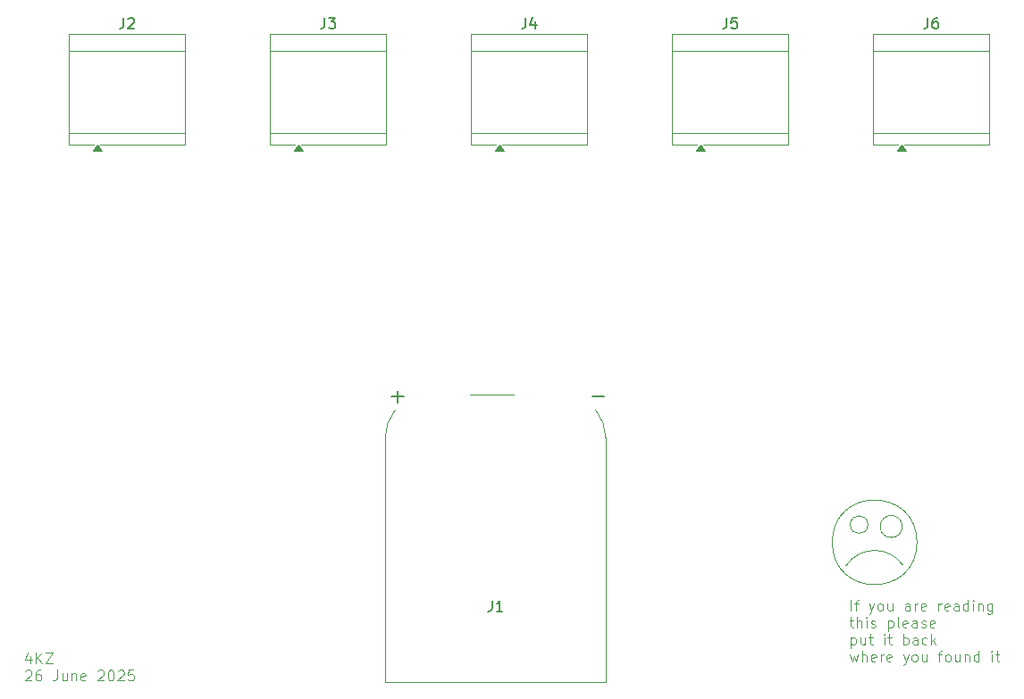
<source format=gbr>
%TF.GenerationSoftware,KiCad,Pcbnew,9.0.2*%
%TF.CreationDate,2025-08-22T13:53:24+02:00*%
%TF.ProjectId,PSU to buck,50535520-746f-4206-9275-636b2e6b6963,rev?*%
%TF.SameCoordinates,Original*%
%TF.FileFunction,Legend,Top*%
%TF.FilePolarity,Positive*%
%FSLAX46Y46*%
G04 Gerber Fmt 4.6, Leading zero omitted, Abs format (unit mm)*
G04 Created by KiCad (PCBNEW 9.0.2) date 2025-08-22 13:53:24*
%MOMM*%
%LPD*%
G01*
G04 APERTURE LIST*
%ADD10C,0.100000*%
%ADD11C,0.150000*%
%ADD12C,0.120000*%
G04 APERTURE END LIST*
D10*
X110331062Y-96185729D02*
G75*
G02*
X115697000Y-96139000I2698938J-1810371D01*
G01*
X112397690Y-92303600D02*
G75*
G02*
X110715910Y-92303600I-840890J0D01*
G01*
X110715910Y-92303600D02*
G75*
G02*
X112397690Y-92303600I840890J0D01*
G01*
X117046093Y-93980000D02*
G75*
G02*
X109013907Y-93980000I-4016093J0D01*
G01*
X109013907Y-93980000D02*
G75*
G02*
X117046093Y-93980000I4016093J0D01*
G01*
X115649910Y-92481400D02*
G75*
G02*
X113559690Y-92481400I-1045110J0D01*
G01*
X113559690Y-92481400D02*
G75*
G02*
X115649910Y-92481400I1045110J0D01*
G01*
X33041255Y-104809208D02*
X33041255Y-105475875D01*
X32803160Y-104428256D02*
X32565065Y-105142541D01*
X32565065Y-105142541D02*
X33184112Y-105142541D01*
X33565065Y-105475875D02*
X33565065Y-104475875D01*
X34136493Y-105475875D02*
X33707922Y-104904446D01*
X34136493Y-104475875D02*
X33565065Y-105047303D01*
X34469827Y-104475875D02*
X35136493Y-104475875D01*
X35136493Y-104475875D02*
X34469827Y-105475875D01*
X34469827Y-105475875D02*
X35136493Y-105475875D01*
X32565065Y-106181057D02*
X32612684Y-106133438D01*
X32612684Y-106133438D02*
X32707922Y-106085819D01*
X32707922Y-106085819D02*
X32946017Y-106085819D01*
X32946017Y-106085819D02*
X33041255Y-106133438D01*
X33041255Y-106133438D02*
X33088874Y-106181057D01*
X33088874Y-106181057D02*
X33136493Y-106276295D01*
X33136493Y-106276295D02*
X33136493Y-106371533D01*
X33136493Y-106371533D02*
X33088874Y-106514390D01*
X33088874Y-106514390D02*
X32517446Y-107085819D01*
X32517446Y-107085819D02*
X33136493Y-107085819D01*
X33993636Y-106085819D02*
X33803160Y-106085819D01*
X33803160Y-106085819D02*
X33707922Y-106133438D01*
X33707922Y-106133438D02*
X33660303Y-106181057D01*
X33660303Y-106181057D02*
X33565065Y-106323914D01*
X33565065Y-106323914D02*
X33517446Y-106514390D01*
X33517446Y-106514390D02*
X33517446Y-106895342D01*
X33517446Y-106895342D02*
X33565065Y-106990580D01*
X33565065Y-106990580D02*
X33612684Y-107038200D01*
X33612684Y-107038200D02*
X33707922Y-107085819D01*
X33707922Y-107085819D02*
X33898398Y-107085819D01*
X33898398Y-107085819D02*
X33993636Y-107038200D01*
X33993636Y-107038200D02*
X34041255Y-106990580D01*
X34041255Y-106990580D02*
X34088874Y-106895342D01*
X34088874Y-106895342D02*
X34088874Y-106657247D01*
X34088874Y-106657247D02*
X34041255Y-106562009D01*
X34041255Y-106562009D02*
X33993636Y-106514390D01*
X33993636Y-106514390D02*
X33898398Y-106466771D01*
X33898398Y-106466771D02*
X33707922Y-106466771D01*
X33707922Y-106466771D02*
X33612684Y-106514390D01*
X33612684Y-106514390D02*
X33565065Y-106562009D01*
X33565065Y-106562009D02*
X33517446Y-106657247D01*
X35565065Y-106085819D02*
X35565065Y-106800104D01*
X35565065Y-106800104D02*
X35517446Y-106942961D01*
X35517446Y-106942961D02*
X35422208Y-107038200D01*
X35422208Y-107038200D02*
X35279351Y-107085819D01*
X35279351Y-107085819D02*
X35184113Y-107085819D01*
X36469827Y-106419152D02*
X36469827Y-107085819D01*
X36041256Y-106419152D02*
X36041256Y-106942961D01*
X36041256Y-106942961D02*
X36088875Y-107038200D01*
X36088875Y-107038200D02*
X36184113Y-107085819D01*
X36184113Y-107085819D02*
X36326970Y-107085819D01*
X36326970Y-107085819D02*
X36422208Y-107038200D01*
X36422208Y-107038200D02*
X36469827Y-106990580D01*
X36946018Y-106419152D02*
X36946018Y-107085819D01*
X36946018Y-106514390D02*
X36993637Y-106466771D01*
X36993637Y-106466771D02*
X37088875Y-106419152D01*
X37088875Y-106419152D02*
X37231732Y-106419152D01*
X37231732Y-106419152D02*
X37326970Y-106466771D01*
X37326970Y-106466771D02*
X37374589Y-106562009D01*
X37374589Y-106562009D02*
X37374589Y-107085819D01*
X38231732Y-107038200D02*
X38136494Y-107085819D01*
X38136494Y-107085819D02*
X37946018Y-107085819D01*
X37946018Y-107085819D02*
X37850780Y-107038200D01*
X37850780Y-107038200D02*
X37803161Y-106942961D01*
X37803161Y-106942961D02*
X37803161Y-106562009D01*
X37803161Y-106562009D02*
X37850780Y-106466771D01*
X37850780Y-106466771D02*
X37946018Y-106419152D01*
X37946018Y-106419152D02*
X38136494Y-106419152D01*
X38136494Y-106419152D02*
X38231732Y-106466771D01*
X38231732Y-106466771D02*
X38279351Y-106562009D01*
X38279351Y-106562009D02*
X38279351Y-106657247D01*
X38279351Y-106657247D02*
X37803161Y-106752485D01*
X39422209Y-106181057D02*
X39469828Y-106133438D01*
X39469828Y-106133438D02*
X39565066Y-106085819D01*
X39565066Y-106085819D02*
X39803161Y-106085819D01*
X39803161Y-106085819D02*
X39898399Y-106133438D01*
X39898399Y-106133438D02*
X39946018Y-106181057D01*
X39946018Y-106181057D02*
X39993637Y-106276295D01*
X39993637Y-106276295D02*
X39993637Y-106371533D01*
X39993637Y-106371533D02*
X39946018Y-106514390D01*
X39946018Y-106514390D02*
X39374590Y-107085819D01*
X39374590Y-107085819D02*
X39993637Y-107085819D01*
X40612685Y-106085819D02*
X40707923Y-106085819D01*
X40707923Y-106085819D02*
X40803161Y-106133438D01*
X40803161Y-106133438D02*
X40850780Y-106181057D01*
X40850780Y-106181057D02*
X40898399Y-106276295D01*
X40898399Y-106276295D02*
X40946018Y-106466771D01*
X40946018Y-106466771D02*
X40946018Y-106704866D01*
X40946018Y-106704866D02*
X40898399Y-106895342D01*
X40898399Y-106895342D02*
X40850780Y-106990580D01*
X40850780Y-106990580D02*
X40803161Y-107038200D01*
X40803161Y-107038200D02*
X40707923Y-107085819D01*
X40707923Y-107085819D02*
X40612685Y-107085819D01*
X40612685Y-107085819D02*
X40517447Y-107038200D01*
X40517447Y-107038200D02*
X40469828Y-106990580D01*
X40469828Y-106990580D02*
X40422209Y-106895342D01*
X40422209Y-106895342D02*
X40374590Y-106704866D01*
X40374590Y-106704866D02*
X40374590Y-106466771D01*
X40374590Y-106466771D02*
X40422209Y-106276295D01*
X40422209Y-106276295D02*
X40469828Y-106181057D01*
X40469828Y-106181057D02*
X40517447Y-106133438D01*
X40517447Y-106133438D02*
X40612685Y-106085819D01*
X41326971Y-106181057D02*
X41374590Y-106133438D01*
X41374590Y-106133438D02*
X41469828Y-106085819D01*
X41469828Y-106085819D02*
X41707923Y-106085819D01*
X41707923Y-106085819D02*
X41803161Y-106133438D01*
X41803161Y-106133438D02*
X41850780Y-106181057D01*
X41850780Y-106181057D02*
X41898399Y-106276295D01*
X41898399Y-106276295D02*
X41898399Y-106371533D01*
X41898399Y-106371533D02*
X41850780Y-106514390D01*
X41850780Y-106514390D02*
X41279352Y-107085819D01*
X41279352Y-107085819D02*
X41898399Y-107085819D01*
X42803161Y-106085819D02*
X42326971Y-106085819D01*
X42326971Y-106085819D02*
X42279352Y-106562009D01*
X42279352Y-106562009D02*
X42326971Y-106514390D01*
X42326971Y-106514390D02*
X42422209Y-106466771D01*
X42422209Y-106466771D02*
X42660304Y-106466771D01*
X42660304Y-106466771D02*
X42755542Y-106514390D01*
X42755542Y-106514390D02*
X42803161Y-106562009D01*
X42803161Y-106562009D02*
X42850780Y-106657247D01*
X42850780Y-106657247D02*
X42850780Y-106895342D01*
X42850780Y-106895342D02*
X42803161Y-106990580D01*
X42803161Y-106990580D02*
X42755542Y-107038200D01*
X42755542Y-107038200D02*
X42660304Y-107085819D01*
X42660304Y-107085819D02*
X42422209Y-107085819D01*
X42422209Y-107085819D02*
X42326971Y-107038200D01*
X42326971Y-107038200D02*
X42279352Y-106990580D01*
X110793884Y-100452587D02*
X110793884Y-99452587D01*
X111127217Y-99785920D02*
X111508169Y-99785920D01*
X111270074Y-100452587D02*
X111270074Y-99595444D01*
X111270074Y-99595444D02*
X111317693Y-99500206D01*
X111317693Y-99500206D02*
X111412931Y-99452587D01*
X111412931Y-99452587D02*
X111508169Y-99452587D01*
X112508170Y-99785920D02*
X112746265Y-100452587D01*
X112984360Y-99785920D02*
X112746265Y-100452587D01*
X112746265Y-100452587D02*
X112651027Y-100690682D01*
X112651027Y-100690682D02*
X112603408Y-100738301D01*
X112603408Y-100738301D02*
X112508170Y-100785920D01*
X113508170Y-100452587D02*
X113412932Y-100404968D01*
X113412932Y-100404968D02*
X113365313Y-100357348D01*
X113365313Y-100357348D02*
X113317694Y-100262110D01*
X113317694Y-100262110D02*
X113317694Y-99976396D01*
X113317694Y-99976396D02*
X113365313Y-99881158D01*
X113365313Y-99881158D02*
X113412932Y-99833539D01*
X113412932Y-99833539D02*
X113508170Y-99785920D01*
X113508170Y-99785920D02*
X113651027Y-99785920D01*
X113651027Y-99785920D02*
X113746265Y-99833539D01*
X113746265Y-99833539D02*
X113793884Y-99881158D01*
X113793884Y-99881158D02*
X113841503Y-99976396D01*
X113841503Y-99976396D02*
X113841503Y-100262110D01*
X113841503Y-100262110D02*
X113793884Y-100357348D01*
X113793884Y-100357348D02*
X113746265Y-100404968D01*
X113746265Y-100404968D02*
X113651027Y-100452587D01*
X113651027Y-100452587D02*
X113508170Y-100452587D01*
X114698646Y-99785920D02*
X114698646Y-100452587D01*
X114270075Y-99785920D02*
X114270075Y-100309729D01*
X114270075Y-100309729D02*
X114317694Y-100404968D01*
X114317694Y-100404968D02*
X114412932Y-100452587D01*
X114412932Y-100452587D02*
X114555789Y-100452587D01*
X114555789Y-100452587D02*
X114651027Y-100404968D01*
X114651027Y-100404968D02*
X114698646Y-100357348D01*
X116365313Y-100452587D02*
X116365313Y-99928777D01*
X116365313Y-99928777D02*
X116317694Y-99833539D01*
X116317694Y-99833539D02*
X116222456Y-99785920D01*
X116222456Y-99785920D02*
X116031980Y-99785920D01*
X116031980Y-99785920D02*
X115936742Y-99833539D01*
X116365313Y-100404968D02*
X116270075Y-100452587D01*
X116270075Y-100452587D02*
X116031980Y-100452587D01*
X116031980Y-100452587D02*
X115936742Y-100404968D01*
X115936742Y-100404968D02*
X115889123Y-100309729D01*
X115889123Y-100309729D02*
X115889123Y-100214491D01*
X115889123Y-100214491D02*
X115936742Y-100119253D01*
X115936742Y-100119253D02*
X116031980Y-100071634D01*
X116031980Y-100071634D02*
X116270075Y-100071634D01*
X116270075Y-100071634D02*
X116365313Y-100024015D01*
X116841504Y-100452587D02*
X116841504Y-99785920D01*
X116841504Y-99976396D02*
X116889123Y-99881158D01*
X116889123Y-99881158D02*
X116936742Y-99833539D01*
X116936742Y-99833539D02*
X117031980Y-99785920D01*
X117031980Y-99785920D02*
X117127218Y-99785920D01*
X117841504Y-100404968D02*
X117746266Y-100452587D01*
X117746266Y-100452587D02*
X117555790Y-100452587D01*
X117555790Y-100452587D02*
X117460552Y-100404968D01*
X117460552Y-100404968D02*
X117412933Y-100309729D01*
X117412933Y-100309729D02*
X117412933Y-99928777D01*
X117412933Y-99928777D02*
X117460552Y-99833539D01*
X117460552Y-99833539D02*
X117555790Y-99785920D01*
X117555790Y-99785920D02*
X117746266Y-99785920D01*
X117746266Y-99785920D02*
X117841504Y-99833539D01*
X117841504Y-99833539D02*
X117889123Y-99928777D01*
X117889123Y-99928777D02*
X117889123Y-100024015D01*
X117889123Y-100024015D02*
X117412933Y-100119253D01*
X119079600Y-100452587D02*
X119079600Y-99785920D01*
X119079600Y-99976396D02*
X119127219Y-99881158D01*
X119127219Y-99881158D02*
X119174838Y-99833539D01*
X119174838Y-99833539D02*
X119270076Y-99785920D01*
X119270076Y-99785920D02*
X119365314Y-99785920D01*
X120079600Y-100404968D02*
X119984362Y-100452587D01*
X119984362Y-100452587D02*
X119793886Y-100452587D01*
X119793886Y-100452587D02*
X119698648Y-100404968D01*
X119698648Y-100404968D02*
X119651029Y-100309729D01*
X119651029Y-100309729D02*
X119651029Y-99928777D01*
X119651029Y-99928777D02*
X119698648Y-99833539D01*
X119698648Y-99833539D02*
X119793886Y-99785920D01*
X119793886Y-99785920D02*
X119984362Y-99785920D01*
X119984362Y-99785920D02*
X120079600Y-99833539D01*
X120079600Y-99833539D02*
X120127219Y-99928777D01*
X120127219Y-99928777D02*
X120127219Y-100024015D01*
X120127219Y-100024015D02*
X119651029Y-100119253D01*
X120984362Y-100452587D02*
X120984362Y-99928777D01*
X120984362Y-99928777D02*
X120936743Y-99833539D01*
X120936743Y-99833539D02*
X120841505Y-99785920D01*
X120841505Y-99785920D02*
X120651029Y-99785920D01*
X120651029Y-99785920D02*
X120555791Y-99833539D01*
X120984362Y-100404968D02*
X120889124Y-100452587D01*
X120889124Y-100452587D02*
X120651029Y-100452587D01*
X120651029Y-100452587D02*
X120555791Y-100404968D01*
X120555791Y-100404968D02*
X120508172Y-100309729D01*
X120508172Y-100309729D02*
X120508172Y-100214491D01*
X120508172Y-100214491D02*
X120555791Y-100119253D01*
X120555791Y-100119253D02*
X120651029Y-100071634D01*
X120651029Y-100071634D02*
X120889124Y-100071634D01*
X120889124Y-100071634D02*
X120984362Y-100024015D01*
X121889124Y-100452587D02*
X121889124Y-99452587D01*
X121889124Y-100404968D02*
X121793886Y-100452587D01*
X121793886Y-100452587D02*
X121603410Y-100452587D01*
X121603410Y-100452587D02*
X121508172Y-100404968D01*
X121508172Y-100404968D02*
X121460553Y-100357348D01*
X121460553Y-100357348D02*
X121412934Y-100262110D01*
X121412934Y-100262110D02*
X121412934Y-99976396D01*
X121412934Y-99976396D02*
X121460553Y-99881158D01*
X121460553Y-99881158D02*
X121508172Y-99833539D01*
X121508172Y-99833539D02*
X121603410Y-99785920D01*
X121603410Y-99785920D02*
X121793886Y-99785920D01*
X121793886Y-99785920D02*
X121889124Y-99833539D01*
X122365315Y-100452587D02*
X122365315Y-99785920D01*
X122365315Y-99452587D02*
X122317696Y-99500206D01*
X122317696Y-99500206D02*
X122365315Y-99547825D01*
X122365315Y-99547825D02*
X122412934Y-99500206D01*
X122412934Y-99500206D02*
X122365315Y-99452587D01*
X122365315Y-99452587D02*
X122365315Y-99547825D01*
X122841505Y-99785920D02*
X122841505Y-100452587D01*
X122841505Y-99881158D02*
X122889124Y-99833539D01*
X122889124Y-99833539D02*
X122984362Y-99785920D01*
X122984362Y-99785920D02*
X123127219Y-99785920D01*
X123127219Y-99785920D02*
X123222457Y-99833539D01*
X123222457Y-99833539D02*
X123270076Y-99928777D01*
X123270076Y-99928777D02*
X123270076Y-100452587D01*
X124174838Y-99785920D02*
X124174838Y-100595444D01*
X124174838Y-100595444D02*
X124127219Y-100690682D01*
X124127219Y-100690682D02*
X124079600Y-100738301D01*
X124079600Y-100738301D02*
X123984362Y-100785920D01*
X123984362Y-100785920D02*
X123841505Y-100785920D01*
X123841505Y-100785920D02*
X123746267Y-100738301D01*
X124174838Y-100404968D02*
X124079600Y-100452587D01*
X124079600Y-100452587D02*
X123889124Y-100452587D01*
X123889124Y-100452587D02*
X123793886Y-100404968D01*
X123793886Y-100404968D02*
X123746267Y-100357348D01*
X123746267Y-100357348D02*
X123698648Y-100262110D01*
X123698648Y-100262110D02*
X123698648Y-99976396D01*
X123698648Y-99976396D02*
X123746267Y-99881158D01*
X123746267Y-99881158D02*
X123793886Y-99833539D01*
X123793886Y-99833539D02*
X123889124Y-99785920D01*
X123889124Y-99785920D02*
X124079600Y-99785920D01*
X124079600Y-99785920D02*
X124174838Y-99833539D01*
X110651027Y-101395864D02*
X111031979Y-101395864D01*
X110793884Y-101062531D02*
X110793884Y-101919673D01*
X110793884Y-101919673D02*
X110841503Y-102014912D01*
X110841503Y-102014912D02*
X110936741Y-102062531D01*
X110936741Y-102062531D02*
X111031979Y-102062531D01*
X111365313Y-102062531D02*
X111365313Y-101062531D01*
X111793884Y-102062531D02*
X111793884Y-101538721D01*
X111793884Y-101538721D02*
X111746265Y-101443483D01*
X111746265Y-101443483D02*
X111651027Y-101395864D01*
X111651027Y-101395864D02*
X111508170Y-101395864D01*
X111508170Y-101395864D02*
X111412932Y-101443483D01*
X111412932Y-101443483D02*
X111365313Y-101491102D01*
X112270075Y-102062531D02*
X112270075Y-101395864D01*
X112270075Y-101062531D02*
X112222456Y-101110150D01*
X112222456Y-101110150D02*
X112270075Y-101157769D01*
X112270075Y-101157769D02*
X112317694Y-101110150D01*
X112317694Y-101110150D02*
X112270075Y-101062531D01*
X112270075Y-101062531D02*
X112270075Y-101157769D01*
X112698646Y-102014912D02*
X112793884Y-102062531D01*
X112793884Y-102062531D02*
X112984360Y-102062531D01*
X112984360Y-102062531D02*
X113079598Y-102014912D01*
X113079598Y-102014912D02*
X113127217Y-101919673D01*
X113127217Y-101919673D02*
X113127217Y-101872054D01*
X113127217Y-101872054D02*
X113079598Y-101776816D01*
X113079598Y-101776816D02*
X112984360Y-101729197D01*
X112984360Y-101729197D02*
X112841503Y-101729197D01*
X112841503Y-101729197D02*
X112746265Y-101681578D01*
X112746265Y-101681578D02*
X112698646Y-101586340D01*
X112698646Y-101586340D02*
X112698646Y-101538721D01*
X112698646Y-101538721D02*
X112746265Y-101443483D01*
X112746265Y-101443483D02*
X112841503Y-101395864D01*
X112841503Y-101395864D02*
X112984360Y-101395864D01*
X112984360Y-101395864D02*
X113079598Y-101443483D01*
X114317694Y-101395864D02*
X114317694Y-102395864D01*
X114317694Y-101443483D02*
X114412932Y-101395864D01*
X114412932Y-101395864D02*
X114603408Y-101395864D01*
X114603408Y-101395864D02*
X114698646Y-101443483D01*
X114698646Y-101443483D02*
X114746265Y-101491102D01*
X114746265Y-101491102D02*
X114793884Y-101586340D01*
X114793884Y-101586340D02*
X114793884Y-101872054D01*
X114793884Y-101872054D02*
X114746265Y-101967292D01*
X114746265Y-101967292D02*
X114698646Y-102014912D01*
X114698646Y-102014912D02*
X114603408Y-102062531D01*
X114603408Y-102062531D02*
X114412932Y-102062531D01*
X114412932Y-102062531D02*
X114317694Y-102014912D01*
X115365313Y-102062531D02*
X115270075Y-102014912D01*
X115270075Y-102014912D02*
X115222456Y-101919673D01*
X115222456Y-101919673D02*
X115222456Y-101062531D01*
X116127218Y-102014912D02*
X116031980Y-102062531D01*
X116031980Y-102062531D02*
X115841504Y-102062531D01*
X115841504Y-102062531D02*
X115746266Y-102014912D01*
X115746266Y-102014912D02*
X115698647Y-101919673D01*
X115698647Y-101919673D02*
X115698647Y-101538721D01*
X115698647Y-101538721D02*
X115746266Y-101443483D01*
X115746266Y-101443483D02*
X115841504Y-101395864D01*
X115841504Y-101395864D02*
X116031980Y-101395864D01*
X116031980Y-101395864D02*
X116127218Y-101443483D01*
X116127218Y-101443483D02*
X116174837Y-101538721D01*
X116174837Y-101538721D02*
X116174837Y-101633959D01*
X116174837Y-101633959D02*
X115698647Y-101729197D01*
X117031980Y-102062531D02*
X117031980Y-101538721D01*
X117031980Y-101538721D02*
X116984361Y-101443483D01*
X116984361Y-101443483D02*
X116889123Y-101395864D01*
X116889123Y-101395864D02*
X116698647Y-101395864D01*
X116698647Y-101395864D02*
X116603409Y-101443483D01*
X117031980Y-102014912D02*
X116936742Y-102062531D01*
X116936742Y-102062531D02*
X116698647Y-102062531D01*
X116698647Y-102062531D02*
X116603409Y-102014912D01*
X116603409Y-102014912D02*
X116555790Y-101919673D01*
X116555790Y-101919673D02*
X116555790Y-101824435D01*
X116555790Y-101824435D02*
X116603409Y-101729197D01*
X116603409Y-101729197D02*
X116698647Y-101681578D01*
X116698647Y-101681578D02*
X116936742Y-101681578D01*
X116936742Y-101681578D02*
X117031980Y-101633959D01*
X117460552Y-102014912D02*
X117555790Y-102062531D01*
X117555790Y-102062531D02*
X117746266Y-102062531D01*
X117746266Y-102062531D02*
X117841504Y-102014912D01*
X117841504Y-102014912D02*
X117889123Y-101919673D01*
X117889123Y-101919673D02*
X117889123Y-101872054D01*
X117889123Y-101872054D02*
X117841504Y-101776816D01*
X117841504Y-101776816D02*
X117746266Y-101729197D01*
X117746266Y-101729197D02*
X117603409Y-101729197D01*
X117603409Y-101729197D02*
X117508171Y-101681578D01*
X117508171Y-101681578D02*
X117460552Y-101586340D01*
X117460552Y-101586340D02*
X117460552Y-101538721D01*
X117460552Y-101538721D02*
X117508171Y-101443483D01*
X117508171Y-101443483D02*
X117603409Y-101395864D01*
X117603409Y-101395864D02*
X117746266Y-101395864D01*
X117746266Y-101395864D02*
X117841504Y-101443483D01*
X118698647Y-102014912D02*
X118603409Y-102062531D01*
X118603409Y-102062531D02*
X118412933Y-102062531D01*
X118412933Y-102062531D02*
X118317695Y-102014912D01*
X118317695Y-102014912D02*
X118270076Y-101919673D01*
X118270076Y-101919673D02*
X118270076Y-101538721D01*
X118270076Y-101538721D02*
X118317695Y-101443483D01*
X118317695Y-101443483D02*
X118412933Y-101395864D01*
X118412933Y-101395864D02*
X118603409Y-101395864D01*
X118603409Y-101395864D02*
X118698647Y-101443483D01*
X118698647Y-101443483D02*
X118746266Y-101538721D01*
X118746266Y-101538721D02*
X118746266Y-101633959D01*
X118746266Y-101633959D02*
X118270076Y-101729197D01*
X110793884Y-103005808D02*
X110793884Y-104005808D01*
X110793884Y-103053427D02*
X110889122Y-103005808D01*
X110889122Y-103005808D02*
X111079598Y-103005808D01*
X111079598Y-103005808D02*
X111174836Y-103053427D01*
X111174836Y-103053427D02*
X111222455Y-103101046D01*
X111222455Y-103101046D02*
X111270074Y-103196284D01*
X111270074Y-103196284D02*
X111270074Y-103481998D01*
X111270074Y-103481998D02*
X111222455Y-103577236D01*
X111222455Y-103577236D02*
X111174836Y-103624856D01*
X111174836Y-103624856D02*
X111079598Y-103672475D01*
X111079598Y-103672475D02*
X110889122Y-103672475D01*
X110889122Y-103672475D02*
X110793884Y-103624856D01*
X112127217Y-103005808D02*
X112127217Y-103672475D01*
X111698646Y-103005808D02*
X111698646Y-103529617D01*
X111698646Y-103529617D02*
X111746265Y-103624856D01*
X111746265Y-103624856D02*
X111841503Y-103672475D01*
X111841503Y-103672475D02*
X111984360Y-103672475D01*
X111984360Y-103672475D02*
X112079598Y-103624856D01*
X112079598Y-103624856D02*
X112127217Y-103577236D01*
X112460551Y-103005808D02*
X112841503Y-103005808D01*
X112603408Y-102672475D02*
X112603408Y-103529617D01*
X112603408Y-103529617D02*
X112651027Y-103624856D01*
X112651027Y-103624856D02*
X112746265Y-103672475D01*
X112746265Y-103672475D02*
X112841503Y-103672475D01*
X113936742Y-103672475D02*
X113936742Y-103005808D01*
X113936742Y-102672475D02*
X113889123Y-102720094D01*
X113889123Y-102720094D02*
X113936742Y-102767713D01*
X113936742Y-102767713D02*
X113984361Y-102720094D01*
X113984361Y-102720094D02*
X113936742Y-102672475D01*
X113936742Y-102672475D02*
X113936742Y-102767713D01*
X114270075Y-103005808D02*
X114651027Y-103005808D01*
X114412932Y-102672475D02*
X114412932Y-103529617D01*
X114412932Y-103529617D02*
X114460551Y-103624856D01*
X114460551Y-103624856D02*
X114555789Y-103672475D01*
X114555789Y-103672475D02*
X114651027Y-103672475D01*
X115746266Y-103672475D02*
X115746266Y-102672475D01*
X115746266Y-103053427D02*
X115841504Y-103005808D01*
X115841504Y-103005808D02*
X116031980Y-103005808D01*
X116031980Y-103005808D02*
X116127218Y-103053427D01*
X116127218Y-103053427D02*
X116174837Y-103101046D01*
X116174837Y-103101046D02*
X116222456Y-103196284D01*
X116222456Y-103196284D02*
X116222456Y-103481998D01*
X116222456Y-103481998D02*
X116174837Y-103577236D01*
X116174837Y-103577236D02*
X116127218Y-103624856D01*
X116127218Y-103624856D02*
X116031980Y-103672475D01*
X116031980Y-103672475D02*
X115841504Y-103672475D01*
X115841504Y-103672475D02*
X115746266Y-103624856D01*
X117079599Y-103672475D02*
X117079599Y-103148665D01*
X117079599Y-103148665D02*
X117031980Y-103053427D01*
X117031980Y-103053427D02*
X116936742Y-103005808D01*
X116936742Y-103005808D02*
X116746266Y-103005808D01*
X116746266Y-103005808D02*
X116651028Y-103053427D01*
X117079599Y-103624856D02*
X116984361Y-103672475D01*
X116984361Y-103672475D02*
X116746266Y-103672475D01*
X116746266Y-103672475D02*
X116651028Y-103624856D01*
X116651028Y-103624856D02*
X116603409Y-103529617D01*
X116603409Y-103529617D02*
X116603409Y-103434379D01*
X116603409Y-103434379D02*
X116651028Y-103339141D01*
X116651028Y-103339141D02*
X116746266Y-103291522D01*
X116746266Y-103291522D02*
X116984361Y-103291522D01*
X116984361Y-103291522D02*
X117079599Y-103243903D01*
X117984361Y-103624856D02*
X117889123Y-103672475D01*
X117889123Y-103672475D02*
X117698647Y-103672475D01*
X117698647Y-103672475D02*
X117603409Y-103624856D01*
X117603409Y-103624856D02*
X117555790Y-103577236D01*
X117555790Y-103577236D02*
X117508171Y-103481998D01*
X117508171Y-103481998D02*
X117508171Y-103196284D01*
X117508171Y-103196284D02*
X117555790Y-103101046D01*
X117555790Y-103101046D02*
X117603409Y-103053427D01*
X117603409Y-103053427D02*
X117698647Y-103005808D01*
X117698647Y-103005808D02*
X117889123Y-103005808D01*
X117889123Y-103005808D02*
X117984361Y-103053427D01*
X118412933Y-103672475D02*
X118412933Y-102672475D01*
X118508171Y-103291522D02*
X118793885Y-103672475D01*
X118793885Y-103005808D02*
X118412933Y-103386760D01*
X110698646Y-104615752D02*
X110889122Y-105282419D01*
X110889122Y-105282419D02*
X111079598Y-104806228D01*
X111079598Y-104806228D02*
X111270074Y-105282419D01*
X111270074Y-105282419D02*
X111460550Y-104615752D01*
X111841503Y-105282419D02*
X111841503Y-104282419D01*
X112270074Y-105282419D02*
X112270074Y-104758609D01*
X112270074Y-104758609D02*
X112222455Y-104663371D01*
X112222455Y-104663371D02*
X112127217Y-104615752D01*
X112127217Y-104615752D02*
X111984360Y-104615752D01*
X111984360Y-104615752D02*
X111889122Y-104663371D01*
X111889122Y-104663371D02*
X111841503Y-104710990D01*
X113127217Y-105234800D02*
X113031979Y-105282419D01*
X113031979Y-105282419D02*
X112841503Y-105282419D01*
X112841503Y-105282419D02*
X112746265Y-105234800D01*
X112746265Y-105234800D02*
X112698646Y-105139561D01*
X112698646Y-105139561D02*
X112698646Y-104758609D01*
X112698646Y-104758609D02*
X112746265Y-104663371D01*
X112746265Y-104663371D02*
X112841503Y-104615752D01*
X112841503Y-104615752D02*
X113031979Y-104615752D01*
X113031979Y-104615752D02*
X113127217Y-104663371D01*
X113127217Y-104663371D02*
X113174836Y-104758609D01*
X113174836Y-104758609D02*
X113174836Y-104853847D01*
X113174836Y-104853847D02*
X112698646Y-104949085D01*
X113603408Y-105282419D02*
X113603408Y-104615752D01*
X113603408Y-104806228D02*
X113651027Y-104710990D01*
X113651027Y-104710990D02*
X113698646Y-104663371D01*
X113698646Y-104663371D02*
X113793884Y-104615752D01*
X113793884Y-104615752D02*
X113889122Y-104615752D01*
X114603408Y-105234800D02*
X114508170Y-105282419D01*
X114508170Y-105282419D02*
X114317694Y-105282419D01*
X114317694Y-105282419D02*
X114222456Y-105234800D01*
X114222456Y-105234800D02*
X114174837Y-105139561D01*
X114174837Y-105139561D02*
X114174837Y-104758609D01*
X114174837Y-104758609D02*
X114222456Y-104663371D01*
X114222456Y-104663371D02*
X114317694Y-104615752D01*
X114317694Y-104615752D02*
X114508170Y-104615752D01*
X114508170Y-104615752D02*
X114603408Y-104663371D01*
X114603408Y-104663371D02*
X114651027Y-104758609D01*
X114651027Y-104758609D02*
X114651027Y-104853847D01*
X114651027Y-104853847D02*
X114174837Y-104949085D01*
X115746266Y-104615752D02*
X115984361Y-105282419D01*
X116222456Y-104615752D02*
X115984361Y-105282419D01*
X115984361Y-105282419D02*
X115889123Y-105520514D01*
X115889123Y-105520514D02*
X115841504Y-105568133D01*
X115841504Y-105568133D02*
X115746266Y-105615752D01*
X116746266Y-105282419D02*
X116651028Y-105234800D01*
X116651028Y-105234800D02*
X116603409Y-105187180D01*
X116603409Y-105187180D02*
X116555790Y-105091942D01*
X116555790Y-105091942D02*
X116555790Y-104806228D01*
X116555790Y-104806228D02*
X116603409Y-104710990D01*
X116603409Y-104710990D02*
X116651028Y-104663371D01*
X116651028Y-104663371D02*
X116746266Y-104615752D01*
X116746266Y-104615752D02*
X116889123Y-104615752D01*
X116889123Y-104615752D02*
X116984361Y-104663371D01*
X116984361Y-104663371D02*
X117031980Y-104710990D01*
X117031980Y-104710990D02*
X117079599Y-104806228D01*
X117079599Y-104806228D02*
X117079599Y-105091942D01*
X117079599Y-105091942D02*
X117031980Y-105187180D01*
X117031980Y-105187180D02*
X116984361Y-105234800D01*
X116984361Y-105234800D02*
X116889123Y-105282419D01*
X116889123Y-105282419D02*
X116746266Y-105282419D01*
X117936742Y-104615752D02*
X117936742Y-105282419D01*
X117508171Y-104615752D02*
X117508171Y-105139561D01*
X117508171Y-105139561D02*
X117555790Y-105234800D01*
X117555790Y-105234800D02*
X117651028Y-105282419D01*
X117651028Y-105282419D02*
X117793885Y-105282419D01*
X117793885Y-105282419D02*
X117889123Y-105234800D01*
X117889123Y-105234800D02*
X117936742Y-105187180D01*
X119031981Y-104615752D02*
X119412933Y-104615752D01*
X119174838Y-105282419D02*
X119174838Y-104425276D01*
X119174838Y-104425276D02*
X119222457Y-104330038D01*
X119222457Y-104330038D02*
X119317695Y-104282419D01*
X119317695Y-104282419D02*
X119412933Y-104282419D01*
X119889124Y-105282419D02*
X119793886Y-105234800D01*
X119793886Y-105234800D02*
X119746267Y-105187180D01*
X119746267Y-105187180D02*
X119698648Y-105091942D01*
X119698648Y-105091942D02*
X119698648Y-104806228D01*
X119698648Y-104806228D02*
X119746267Y-104710990D01*
X119746267Y-104710990D02*
X119793886Y-104663371D01*
X119793886Y-104663371D02*
X119889124Y-104615752D01*
X119889124Y-104615752D02*
X120031981Y-104615752D01*
X120031981Y-104615752D02*
X120127219Y-104663371D01*
X120127219Y-104663371D02*
X120174838Y-104710990D01*
X120174838Y-104710990D02*
X120222457Y-104806228D01*
X120222457Y-104806228D02*
X120222457Y-105091942D01*
X120222457Y-105091942D02*
X120174838Y-105187180D01*
X120174838Y-105187180D02*
X120127219Y-105234800D01*
X120127219Y-105234800D02*
X120031981Y-105282419D01*
X120031981Y-105282419D02*
X119889124Y-105282419D01*
X121079600Y-104615752D02*
X121079600Y-105282419D01*
X120651029Y-104615752D02*
X120651029Y-105139561D01*
X120651029Y-105139561D02*
X120698648Y-105234800D01*
X120698648Y-105234800D02*
X120793886Y-105282419D01*
X120793886Y-105282419D02*
X120936743Y-105282419D01*
X120936743Y-105282419D02*
X121031981Y-105234800D01*
X121031981Y-105234800D02*
X121079600Y-105187180D01*
X121555791Y-104615752D02*
X121555791Y-105282419D01*
X121555791Y-104710990D02*
X121603410Y-104663371D01*
X121603410Y-104663371D02*
X121698648Y-104615752D01*
X121698648Y-104615752D02*
X121841505Y-104615752D01*
X121841505Y-104615752D02*
X121936743Y-104663371D01*
X121936743Y-104663371D02*
X121984362Y-104758609D01*
X121984362Y-104758609D02*
X121984362Y-105282419D01*
X122889124Y-105282419D02*
X122889124Y-104282419D01*
X122889124Y-105234800D02*
X122793886Y-105282419D01*
X122793886Y-105282419D02*
X122603410Y-105282419D01*
X122603410Y-105282419D02*
X122508172Y-105234800D01*
X122508172Y-105234800D02*
X122460553Y-105187180D01*
X122460553Y-105187180D02*
X122412934Y-105091942D01*
X122412934Y-105091942D02*
X122412934Y-104806228D01*
X122412934Y-104806228D02*
X122460553Y-104710990D01*
X122460553Y-104710990D02*
X122508172Y-104663371D01*
X122508172Y-104663371D02*
X122603410Y-104615752D01*
X122603410Y-104615752D02*
X122793886Y-104615752D01*
X122793886Y-104615752D02*
X122889124Y-104663371D01*
X124127220Y-105282419D02*
X124127220Y-104615752D01*
X124127220Y-104282419D02*
X124079601Y-104330038D01*
X124079601Y-104330038D02*
X124127220Y-104377657D01*
X124127220Y-104377657D02*
X124174839Y-104330038D01*
X124174839Y-104330038D02*
X124127220Y-104282419D01*
X124127220Y-104282419D02*
X124127220Y-104377657D01*
X124460553Y-104615752D02*
X124841505Y-104615752D01*
X124603410Y-104282419D02*
X124603410Y-105139561D01*
X124603410Y-105139561D02*
X124651029Y-105234800D01*
X124651029Y-105234800D02*
X124746267Y-105282419D01*
X124746267Y-105282419D02*
X124841505Y-105282419D01*
D11*
X76766667Y-99504819D02*
X76766667Y-100219104D01*
X76766667Y-100219104D02*
X76719048Y-100361961D01*
X76719048Y-100361961D02*
X76623810Y-100457200D01*
X76623810Y-100457200D02*
X76480953Y-100504819D01*
X76480953Y-100504819D02*
X76385715Y-100504819D01*
X77766667Y-100504819D02*
X77195239Y-100504819D01*
X77480953Y-100504819D02*
X77480953Y-99504819D01*
X77480953Y-99504819D02*
X77385715Y-99647676D01*
X77385715Y-99647676D02*
X77290477Y-99742914D01*
X77290477Y-99742914D02*
X77195239Y-99790533D01*
X86278571Y-80164700D02*
X87421429Y-80164700D01*
X67278571Y-80164700D02*
X68421429Y-80164700D01*
X67850000Y-80736128D02*
X67850000Y-79593271D01*
X60926666Y-44234819D02*
X60926666Y-44949104D01*
X60926666Y-44949104D02*
X60879047Y-45091961D01*
X60879047Y-45091961D02*
X60783809Y-45187200D01*
X60783809Y-45187200D02*
X60640952Y-45234819D01*
X60640952Y-45234819D02*
X60545714Y-45234819D01*
X61307619Y-44234819D02*
X61926666Y-44234819D01*
X61926666Y-44234819D02*
X61593333Y-44615771D01*
X61593333Y-44615771D02*
X61736190Y-44615771D01*
X61736190Y-44615771D02*
X61831428Y-44663390D01*
X61831428Y-44663390D02*
X61879047Y-44711009D01*
X61879047Y-44711009D02*
X61926666Y-44806247D01*
X61926666Y-44806247D02*
X61926666Y-45044342D01*
X61926666Y-45044342D02*
X61879047Y-45139580D01*
X61879047Y-45139580D02*
X61831428Y-45187200D01*
X61831428Y-45187200D02*
X61736190Y-45234819D01*
X61736190Y-45234819D02*
X61450476Y-45234819D01*
X61450476Y-45234819D02*
X61355238Y-45187200D01*
X61355238Y-45187200D02*
X61307619Y-45139580D01*
X118076666Y-44234819D02*
X118076666Y-44949104D01*
X118076666Y-44949104D02*
X118029047Y-45091961D01*
X118029047Y-45091961D02*
X117933809Y-45187200D01*
X117933809Y-45187200D02*
X117790952Y-45234819D01*
X117790952Y-45234819D02*
X117695714Y-45234819D01*
X118981428Y-44234819D02*
X118790952Y-44234819D01*
X118790952Y-44234819D02*
X118695714Y-44282438D01*
X118695714Y-44282438D02*
X118648095Y-44330057D01*
X118648095Y-44330057D02*
X118552857Y-44472914D01*
X118552857Y-44472914D02*
X118505238Y-44663390D01*
X118505238Y-44663390D02*
X118505238Y-45044342D01*
X118505238Y-45044342D02*
X118552857Y-45139580D01*
X118552857Y-45139580D02*
X118600476Y-45187200D01*
X118600476Y-45187200D02*
X118695714Y-45234819D01*
X118695714Y-45234819D02*
X118886190Y-45234819D01*
X118886190Y-45234819D02*
X118981428Y-45187200D01*
X118981428Y-45187200D02*
X119029047Y-45139580D01*
X119029047Y-45139580D02*
X119076666Y-45044342D01*
X119076666Y-45044342D02*
X119076666Y-44806247D01*
X119076666Y-44806247D02*
X119029047Y-44711009D01*
X119029047Y-44711009D02*
X118981428Y-44663390D01*
X118981428Y-44663390D02*
X118886190Y-44615771D01*
X118886190Y-44615771D02*
X118695714Y-44615771D01*
X118695714Y-44615771D02*
X118600476Y-44663390D01*
X118600476Y-44663390D02*
X118552857Y-44711009D01*
X118552857Y-44711009D02*
X118505238Y-44806247D01*
X99026666Y-44234819D02*
X99026666Y-44949104D01*
X99026666Y-44949104D02*
X98979047Y-45091961D01*
X98979047Y-45091961D02*
X98883809Y-45187200D01*
X98883809Y-45187200D02*
X98740952Y-45234819D01*
X98740952Y-45234819D02*
X98645714Y-45234819D01*
X99979047Y-44234819D02*
X99502857Y-44234819D01*
X99502857Y-44234819D02*
X99455238Y-44711009D01*
X99455238Y-44711009D02*
X99502857Y-44663390D01*
X99502857Y-44663390D02*
X99598095Y-44615771D01*
X99598095Y-44615771D02*
X99836190Y-44615771D01*
X99836190Y-44615771D02*
X99931428Y-44663390D01*
X99931428Y-44663390D02*
X99979047Y-44711009D01*
X99979047Y-44711009D02*
X100026666Y-44806247D01*
X100026666Y-44806247D02*
X100026666Y-45044342D01*
X100026666Y-45044342D02*
X99979047Y-45139580D01*
X99979047Y-45139580D02*
X99931428Y-45187200D01*
X99931428Y-45187200D02*
X99836190Y-45234819D01*
X99836190Y-45234819D02*
X99598095Y-45234819D01*
X99598095Y-45234819D02*
X99502857Y-45187200D01*
X99502857Y-45187200D02*
X99455238Y-45139580D01*
X41876666Y-44234819D02*
X41876666Y-44949104D01*
X41876666Y-44949104D02*
X41829047Y-45091961D01*
X41829047Y-45091961D02*
X41733809Y-45187200D01*
X41733809Y-45187200D02*
X41590952Y-45234819D01*
X41590952Y-45234819D02*
X41495714Y-45234819D01*
X42305238Y-44330057D02*
X42352857Y-44282438D01*
X42352857Y-44282438D02*
X42448095Y-44234819D01*
X42448095Y-44234819D02*
X42686190Y-44234819D01*
X42686190Y-44234819D02*
X42781428Y-44282438D01*
X42781428Y-44282438D02*
X42829047Y-44330057D01*
X42829047Y-44330057D02*
X42876666Y-44425295D01*
X42876666Y-44425295D02*
X42876666Y-44520533D01*
X42876666Y-44520533D02*
X42829047Y-44663390D01*
X42829047Y-44663390D02*
X42257619Y-45234819D01*
X42257619Y-45234819D02*
X42876666Y-45234819D01*
X79976666Y-44234819D02*
X79976666Y-44949104D01*
X79976666Y-44949104D02*
X79929047Y-45091961D01*
X79929047Y-45091961D02*
X79833809Y-45187200D01*
X79833809Y-45187200D02*
X79690952Y-45234819D01*
X79690952Y-45234819D02*
X79595714Y-45234819D01*
X80881428Y-44568152D02*
X80881428Y-45234819D01*
X80643333Y-44187200D02*
X80405238Y-44901485D01*
X80405238Y-44901485D02*
X81024285Y-44901485D01*
D12*
%TO.C,J1*%
X66650000Y-107200000D02*
X66650000Y-84072958D01*
X78850000Y-79950000D02*
X74650000Y-79950000D01*
X87550000Y-107200000D02*
X66650000Y-107200000D01*
X87550000Y-107200000D02*
X87550000Y-84072958D01*
X66650000Y-84072958D02*
G75*
G02*
X67585359Y-81450000I4145370J-2D01*
G01*
X86614641Y-81450000D02*
G75*
G02*
X87550000Y-84072958I-3209990J-2622953D01*
G01*
%TO.C,J3*%
X55760000Y-45780000D02*
X55760000Y-56270000D01*
X55760000Y-45780000D02*
X66760000Y-45780000D01*
X55760000Y-47400000D02*
X66760000Y-47400000D01*
X55760000Y-55150000D02*
X66760000Y-55150000D01*
X55760000Y-56270000D02*
X58120000Y-56270000D01*
X58720000Y-56270000D02*
X66760000Y-56270000D01*
X66760000Y-45780000D02*
X66760000Y-56270000D01*
X58860000Y-56880000D02*
X57980000Y-56880000D01*
X58420000Y-56270000D01*
X58860000Y-56880000D01*
G36*
X58860000Y-56880000D02*
G01*
X57980000Y-56880000D01*
X58420000Y-56270000D01*
X58860000Y-56880000D01*
G37*
%TO.C,J6*%
X112910000Y-45780000D02*
X112910000Y-56270000D01*
X112910000Y-45780000D02*
X123910000Y-45780000D01*
X112910000Y-47400000D02*
X123910000Y-47400000D01*
X112910000Y-55150000D02*
X123910000Y-55150000D01*
X112910000Y-56270000D02*
X115270000Y-56270000D01*
X115870000Y-56270000D02*
X123910000Y-56270000D01*
X123910000Y-45780000D02*
X123910000Y-56270000D01*
X116010000Y-56880000D02*
X115130000Y-56880000D01*
X115570000Y-56270000D01*
X116010000Y-56880000D01*
G36*
X116010000Y-56880000D02*
G01*
X115130000Y-56880000D01*
X115570000Y-56270000D01*
X116010000Y-56880000D01*
G37*
%TO.C,J5*%
X93860000Y-45780000D02*
X93860000Y-56270000D01*
X93860000Y-45780000D02*
X104860000Y-45780000D01*
X93860000Y-47400000D02*
X104860000Y-47400000D01*
X93860000Y-55150000D02*
X104860000Y-55150000D01*
X93860000Y-56270000D02*
X96220000Y-56270000D01*
X96820000Y-56270000D02*
X104860000Y-56270000D01*
X104860000Y-45780000D02*
X104860000Y-56270000D01*
X96960000Y-56880000D02*
X96080000Y-56880000D01*
X96520000Y-56270000D01*
X96960000Y-56880000D01*
G36*
X96960000Y-56880000D02*
G01*
X96080000Y-56880000D01*
X96520000Y-56270000D01*
X96960000Y-56880000D01*
G37*
%TO.C,J2*%
X36710000Y-45780000D02*
X36710000Y-56270000D01*
X36710000Y-45780000D02*
X47710000Y-45780000D01*
X36710000Y-47400000D02*
X47710000Y-47400000D01*
X36710000Y-55150000D02*
X47710000Y-55150000D01*
X36710000Y-56270000D02*
X39070000Y-56270000D01*
X39670000Y-56270000D02*
X47710000Y-56270000D01*
X47710000Y-45780000D02*
X47710000Y-56270000D01*
X39810000Y-56880000D02*
X38930000Y-56880000D01*
X39370000Y-56270000D01*
X39810000Y-56880000D01*
G36*
X39810000Y-56880000D02*
G01*
X38930000Y-56880000D01*
X39370000Y-56270000D01*
X39810000Y-56880000D01*
G37*
%TO.C,J4*%
X74810000Y-45780000D02*
X74810000Y-56270000D01*
X74810000Y-45780000D02*
X85810000Y-45780000D01*
X74810000Y-47400000D02*
X85810000Y-47400000D01*
X74810000Y-55150000D02*
X85810000Y-55150000D01*
X74810000Y-56270000D02*
X77170000Y-56270000D01*
X77770000Y-56270000D02*
X85810000Y-56270000D01*
X85810000Y-45780000D02*
X85810000Y-56270000D01*
X77910000Y-56880000D02*
X77030000Y-56880000D01*
X77470000Y-56270000D01*
X77910000Y-56880000D01*
G36*
X77910000Y-56880000D02*
G01*
X77030000Y-56880000D01*
X77470000Y-56270000D01*
X77910000Y-56880000D01*
G37*
%TD*%
M02*

</source>
